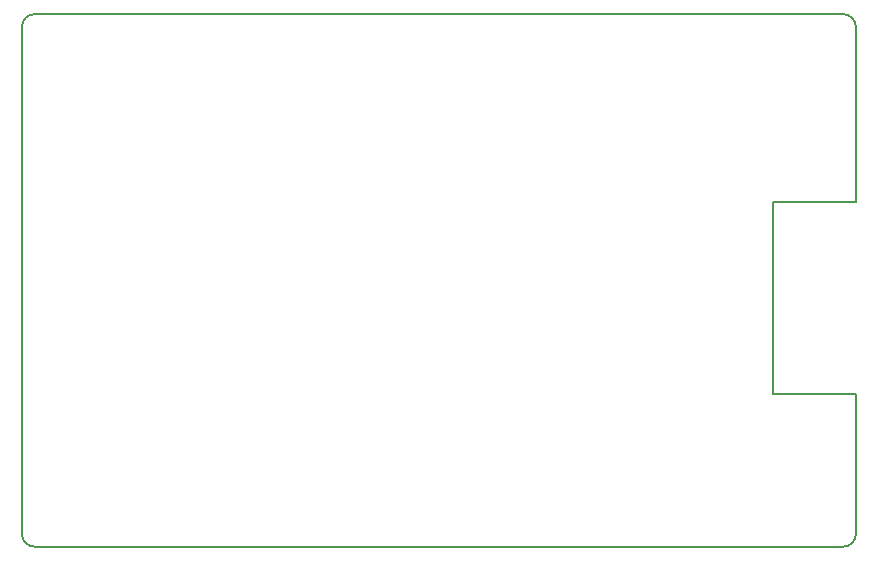
<source format=gko>
G04*
G04 #@! TF.GenerationSoftware,Altium Limited,Altium Designer,20.0.13 (296)*
G04*
G04 Layer_Color=16711935*
%FSLAX25Y25*%
%MOIN*%
G70*
G01*
G75*
%ADD98C,0.00630*%
D98*
X373768Y195500D02*
G03*
X378000Y199732I0J4232D01*
G01*
Y368768D02*
G03*
X373768Y373000I-4232J0D01*
G01*
X104232D02*
G03*
X100000Y368768I0J-4232D01*
G01*
Y199732D02*
G03*
X104232Y195500I4232J0D01*
G01*
X378000Y199732D02*
Y246500D01*
X350500D02*
X378000D01*
X350500D02*
Y310500D01*
X378000D01*
Y368768D01*
X104232Y195500D02*
X373768D01*
X104232Y373000D02*
X373768D01*
X100000Y199732D02*
Y368768D01*
M02*

</source>
